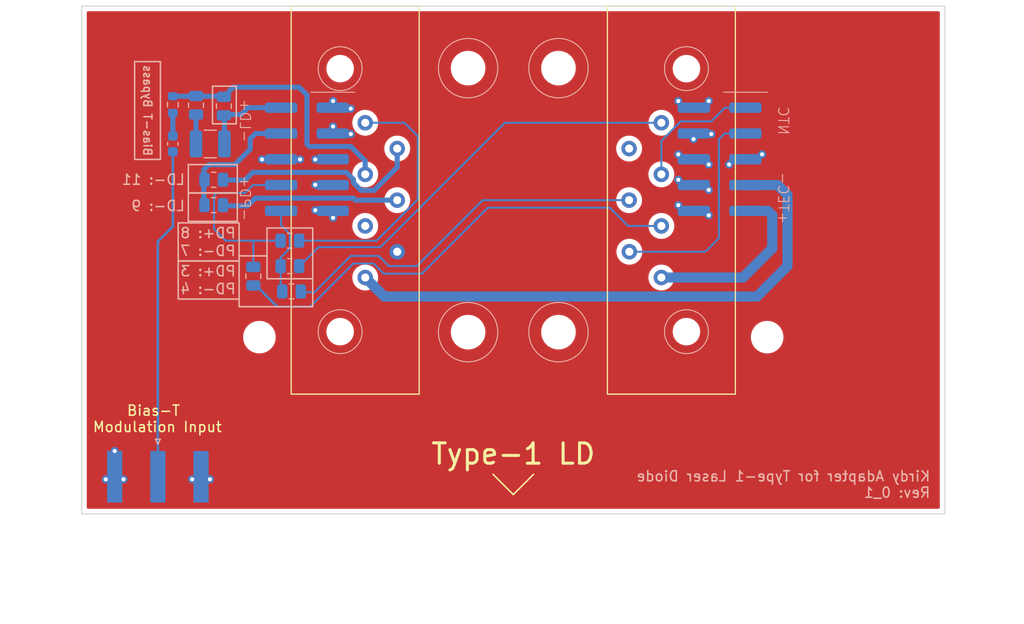
<source format=kicad_pcb>
(kicad_pcb (version 20221018) (generator pcbnew)
  (layers (0 "F.Cu" signal) (31 "B.Cu" signal) (34 "B.Paste" user) (35 "F.Paste" user) (36 "B.SilkS" user "B.Silkscreen") (37 "F.SilkS" user "F.Silkscreen") (38 "B.Mask" user) (39 "F.Mask" user) (44 "Edge.Cuts" user))
  (net 0 "")
  (net 1 "GND")
  (net 2 "Net-(J3-PD+)")
  (net 3 "Net-(J3-PD-)")
  (net 4 "/TEC+")
  (net 5 "/NTC+")
  (net 7 "Net-(J3-PD-*)")
  (net 8 "/NTC-")
  (net 9 "Net-(J3-PD+*)")
  (net 10 "Net-(J3-LD-*)")
  (net 11 "Net-(J3-LD-)")
  (net 12 "/LD+")
  (net 14 "/TEC-")
  (net 15 "/PD-")
  (net 16 "/PD+")
  (net 17 "/LD-")
  (net 18 "Net-(C1-Pad1)")
  (net 19 "/Mod_IN")
  (net 20 "/kirdy_LD+")
  (net 21 "Net-(L1-Pad2)")
  (footprint "laserSocket:Butterfly_Socket" (layer "F.Cu") (at 0 4.01 180)
    (fp_text reference "J3" hide)
    (fp_text value "Butterfly_Socket")
    (fp_circle (center -17.05 -12.95) (end -14.89 -12.95) (stroke (width 0.1)) (fill none) (layer "B.SilkS"))
    (fp_circle (center -17.05 12.95) (end -14.89 12.95) (stroke (width 0.1)) (fill none) (layer "B.SilkS"))
    (fp_circle (center -4.45 -13) (end -1.525 -13) (stroke (width 0.1)) (fill none) (layer "B.SilkS"))
    (fp_circle (center -4.45 13) (end -1.525 13) (stroke (width 0.1)) (fill none) (layer "B.SilkS"))
    (fp_circle (center 4.45 -13) (end 7.375 -13) (stroke (width 0.1)) (fill none) (layer "B.SilkS"))
    (fp_circle (center 4.45 13) (end 7.375 13) (stroke (width 0.1)) (fill none) (layer "B.SilkS"))
    (fp_circle (center 17.05 -12.95) (end 19.21 -12.95) (stroke (width 0.1)) (fill none) (layer "B.SilkS"))
    (fp_circle (center 17.05 12.95) (end 19.21 12.95) (stroke (width 0.1)) (fill none) (layer "B.SilkS"))
    (fp_line (start -21.87 -19.1) (end -21.87 19.1) (stroke (width 0.12)) (layer "F.SilkS"))
    (fp_line (start -21.87 19.1) (end -9.27 19.1) (stroke (width 0.12)) (layer "F.SilkS"))
    (fp_line (start -9.27 -19.1) (end -21.87 -19.1) (stroke (width 0.12)) (layer "F.SilkS"))
    (fp_line (start -9.27 19.1) (end -9.27 -19.1) (stroke (width 0.12)) (layer "F.SilkS"))
    (fp_line (start 9.27 -19.1) (end 21.87 -19.1) (stroke (width 0.12)) (layer "F.SilkS"))
    (fp_line (start 9.27 19.1) (end 9.27 -19.1) (stroke (width 0.12)) (layer "F.SilkS"))
    (fp_line (start 21.87 -19.1) (end 21.87 19.1) (stroke (width 0.12)) (layer "F.SilkS"))
    (fp_line (start 21.87 19.1) (end 9.27 19.1) (stroke (width 0.12)) (layer "F.SilkS"))
    (pad "" np_thru_hole circle locked (at -17.05 -12.95 180) (size 2.2 2.2) (drill 2.2) (layers "F&B.Cu" "*.Mask"))
    (pad "" np_thru_hole circle locked (at -17.05 12.95 180) (size 2.2 2.2) (drill 2.2) (layers "F&B.Cu" "*.Mask"))
    (pad "" np_thru_hole circle locked (at -4.45 -13 180) (size 2.9 2.9) (drill 2.9) (layers "F&B.Cu" "*.Mask"))
    (pad "" np_thru_hole circle locked (at -4.45 13 180) (size 2.9 2.9) (drill 2.9) (layers "F&B.Cu" "*.Mask"))
    (pad "" np_thru_hole circle locked (at 4.45 -13 180) (size 2.9 2.9) (drill 2.9) (layers "F&B.Cu" "*.Mask"))
    (pad "" np_thru_hole circle locked (at 4.45 13 180) (size 2.9 2.9) (drill 2.9) (layers "F&B.Cu" "*.Mask"))
    (pad "" np_thru_hole circle locked (at 17.05 -12.95 180) (size 2.2 2.2) (drill 2.2) (layers "F&B.Cu" "*.Mask"))
    (pad "" np_thru_hole circle locked (at 17.05 12.95 180) (size 2.2 2.2) (drill 2.2) (layers "F&B.Cu" "*.Mask"))
    (pad "1" thru_hole circle locked (at -14.58 -7.62 180) (size 1.524 1.524) (drill 0.8) (layers "*.Cu" "*.Mask") (net 4 "/TEC+"))
    (pad "2" thru_hole circle locked (at -11.43 -5.08 180) (size 1.524 1.524) (drill 0.8) (layers "*.Cu" "*.Mask") (net 5 "/NTC+"))
    (pad "3" thru_hole circle locked (at -14.58 -2.54 180) (size 1.524 1.524) (drill 0.8) (layers "*.Cu" "*.Mask") (net 2 "Net-(J3-PD+)"))
    (pad "4" thru_hole circle locked (at -11.405 0 180) (size 1.524 1.524) (drill 0.8) (layers "*.Cu" "*.Mask") (net 3 "Net-(J3-PD-)"))
    (pad "5" thru_hole circle locked (at -14.58 2.54 180) (size 1.524 1.524) (drill 0.8) (layers "*.Cu" "*.Mask") (net 8 "/NTC-"))
    (pad "6" thru_hole circle locked (at -11.405 5.08 180) (size 1.524 1.524) (drill 0.8) (layers "*.Cu" "*.Mask"))
    (pad "7" thru_hole circle locked (at -14.58 7.62 180) (size 1.524 1.524) (drill 0.8) (layers "*.Cu" "*.Mask") (net 7 "Net-(J3-PD-*)"))
    (pad "8" thru_hole circle locked (at 14.58 7.62 180) (size 1.524 1.524) (drill 0.8) (layers "*.Cu" "*.Mask") (net 9 "Net-(J3-PD+*)"))
    (pad "9" thru_hole circle locked (at 11.43 5.08 180) (size 1.524 1.524) (drill 0.8) (layers "*.Cu" "*.Mask") (net 10 "Net-(J3-LD-*)"))
    (pad "10" thru_hole circle locked (at 14.58 2.54 180) (size 1.524 1.524) (drill 0.8) (layers "*.Cu" "*.Mask") (net 12 "/LD+"))
    (pad "11" thru_hole circle locked (at 11.43 0 180) (size 1.524 1.524) (drill 0.8) (layers "*.Cu" "*.Mask") (net 11 "Net-(J3-LD-)"))
    (pad "12" thru_hole circle locked (at 14.58 -2.54 180) (size 1.524 1.524) (drill 0.8) (layers "*.Cu" "*.Mask"))
    (pad "13" thru_hole circle locked (at 11.43 -5.08 180) (size 1.524 1.524) (drill 0.8) (layers "*.Cu" "*.Mask") (net 1 "GND"))
    (pad "14" thru_hole circle locked (at 14.58 -7.62 180) (size 1.524 1.524) (drill 0.8) (layers "*.Cu" "*.Mask") (net 14 "/TEC-"))
  )
  (footprint "MountingHole:MountingHole_2.7mm_M2.5" (layer "F.Cu") (at -25 17.5)
    (fp_text reference "H1" hide)
    (fp_text value "M2.5" hide)
    (pad "" np_thru_hole circle (at 0 0) (size 2.7 2.7) (drill 2.7) (layers "*.Cu" "*.Mask"))
  )
  (footprint "MountingHole:MountingHole_2.7mm_M2.5" (layer "F.Cu") (at 25 17.5)
    (fp_text reference "H2" hide)
    (fp_text value "M2.5" hide)
    (pad "" np_thru_hole circle (at 0 0) (size 2.7 2.7) (drill 2.7) (layers "*.Cu" "*.Mask"))
  )
  (footprint "Inductor_SMD:L_1210_3225Metric" (layer "B.Cu") (at -29.848 -1.524 180)
    (fp_text reference "L1" hide)
    (fp_text value "1.2n" hide)
    (fp_line (start -0.602064 -1.36) (end 0.602064 -1.36) (stroke (width 0.12)) (layer "B.SilkS"))
    (fp_line (start -0.602064 1.36) (end 0.602064 1.36) (stroke (width 0.12)) (layer "B.SilkS"))
    (pad "1" smd roundrect (at -1.4 0 180) (size 1.25 2.65) (layers "B.Cu" "B.Paste" "B.Mask") (roundrect_rratio 0.2) (net 20 "/kirdy_LD+"))
    (pad "2" smd roundrect (at 1.4 0 180) (size 1.25 2.65) (layers "B.Cu" "B.Paste" "B.Mask") (roundrect_rratio 0.2) (net 21 "Net-(L1-Pad2)"))
  )
  (footprint "Resistor_SMD:R_0805_2012Metric" (layer "B.Cu") (at -25.6 11.5 -90)
    (fp_text reference "R4" hide)
    (fp_text value "0" hide)
    (fp_line (start -0.227064 -0.735) (end 0.227064 -0.735) (stroke (width 0.12)) (layer "B.SilkS"))
    (fp_line (start -0.227064 0.735) (end 0.227064 0.735) (stroke (width 0.12)) (layer "B.SilkS"))
    (pad "1" smd roundrect (at -0.9125 0 270) (size 1.025 1.4) (layers "B.Cu" "B.Paste" "B.Mask") (roundrect_rratio 0.243902) (net 16 "/PD+"))
    (pad "2" smd roundrect (at 0.9125 0 270) (size 1.025 1.4) (layers "B.Cu" "B.Paste" "B.Mask") (roundrect_rratio 0.243902) (net 2 "Net-(J3-PD+)"))
  )
  (footprint "laserSocket:BG120-10-A-0-N-D" (layer "B.Cu") (at -20.3222 -0.0168 180)
    (fp_text reference "J5" hide)
    (fp_text value "BG120-10-A-0-N-D")
    (fp_line (start -4.699 6.604) (end -0.381 6.604) (stroke (width 0.1)) (layer "B.SilkS"))
    (pad "1" smd roundrect locked (at -2.54 5.08 90) (size 1.02 3.185) (layers "B.Cu" "B.Paste" "B.Mask") (net 1 "GND"))
    (pad "2" smd roundrect locked (at 2.54 5.08 90) (size 1.02 3.185) (layers "B.Cu" "B.Paste" "B.Mask") (net 20 "/kirdy_LD+"))
    (pad "3" smd roundrect locked (at -2.54 2.54 90) (size 1.02 3.185) (layers "B.Cu" "B.Paste" "B.Mask") (net 1 "GND"))
    (pad "4" smd roundrect locked (at 2.54 2.54 90) (size 1.02 3.185) (layers "B.Cu" "B.Paste" "B.Mask") (net 17 "/LD-"))
    (pad "5" smd roundrect locked (at -2.54 0 90) (size 1.02 3.185) (layers "B.Cu" "B.Paste" "B.Mask") (net 1 "GND"))
    (pad "6" smd roundrect locked (at 2.54 0 90) (size 1.02 3.185) (layers "B.Cu" "B.Paste" "B.Mask") (net 1 "GND"))
    (pad "7" smd roundrect locked (at -2.54 -2.54 90) (size 1.02 3.185) (layers "B.Cu" "B.Paste" "B.Mask") (net 1 "GND"))
    (pad "8" smd roundrect locked (at 2.54 -2.54 90) (size 1.02 3.185) (layers "B.Cu" "B.Paste" "B.Mask") (net 16 "/PD+"))
    (pad "9" smd roundrect locked (at -2.54 -5.08 90) (size 1.02 3.185) (layers "B.Cu" "B.Paste" "B.Mask") (net 1 "GND"))
    (pad "10" smd roundrect locked (at 2.54 -5.08 90) (size 1.02 3.185) (layers "B.Cu" "B.Paste" "B.Mask") (net 15 "/PD-"))
  )
  (footprint "laserSocket:BG120-10-A-0-N-D" (layer "B.Cu") (at 20.3178 -0.0168 180)
    (fp_text reference "J1" hide)
    (fp_text value "BG120-10-A-0-N-D")
    (fp_line (start -4.699 6.604) (end -0.381 6.604) (stroke (width 0.1)) (layer "B.SilkS"))
    (pad "1" smd roundrect locked (at -2.54 5.08 90) (size 1.02 3.185) (layers "B.Cu" "B.Paste" "B.Mask") (net 8 "/NTC-"))
    (pad "2" smd roundrect locked (at 2.54 5.08 90) (size 1.02 3.185) (layers "B.Cu" "B.Paste" "B.Mask") (net 1 "GND"))
    (pad "3" smd roundrect locked (at -2.54 2.54 90) (size 1.02 3.185) (layers "B.Cu" "B.Paste" "B.Mask") (net 5 "/NTC+"))
    (pad "4" smd roundrect locked (at 2.54 2.54 90) (size 1.02 3.185) (layers "B.Cu" "B.Paste" "B.Mask") (net 1 "GND"))
    (pad "5" smd roundrect locked (at -2.54 0 90) (size 1.02 3.185) (layers "B.Cu" "B.Paste" "B.Mask") (net 1 "GND"))
    (pad "6" smd roundrect locked (at 2.54 0 90) (size 1.02 3.185) (layers "B.Cu" "B.Paste" "B.Mask") (net 1 "GND"))
    (pad "7" smd roundrect locked (at -2.54 -2.54 90) (size 1.02 3.185) (layers "B.Cu" "B.Paste" "B.Mask") (net 14 "/TEC-"))
    (pad "8" smd roundrect locked (at 2.54 -2.54 90) (size 1.02 3.185) (layers "B.Cu" "B.Paste" "B.Mask") (net 1 "GND"))
    (pad "9" smd roundrect locked (at -2.54 -5.08 90) (size 1.02 3.185) (layers "B.Cu" "B.Paste" "B.Mask") (net 4 "/TEC+"))
    (pad "10" smd roundrect locked (at 2.54 -5.08 90) (size 1.02 3.185) (layers "B.Cu" "B.Paste" "B.Mask") (net 1 "GND"))
  )
  (footprint "Resistor_SMD:R_0805_2012Metric" (layer "B.Cu") (at -29.5 4.5 180)
    (fp_text reference "R12" hide)
    (fp_text value "0" hide)
    (fp_line (start -0.227064 -0.735) (end 0.227064 -0.735) (stroke (width 0.12)) (layer "B.SilkS"))
    (fp_line (start -0.227064 0.735) (end 0.227064 0.735) (stroke (width 0.12)) (layer "B.SilkS"))
    (pad "1" smd roundrect (at -0.9125 0 180) (size 1.025 1.4) (layers "B.Cu" "B.Paste" "B.Mask") (roundrect_rratio 0.243902) (net 11 "Net-(J3-LD-)"))
    (pad "2" smd roundrect (at 0.9125 0 180) (size 1.025 1.4) (layers "B.Cu" "B.Paste" "B.Mask") (roundrect_rratio 0.243902) (net 17 "/LD-"))
  )
  (footprint "Resistor_SMD:R_0805_2012Metric" (layer "B.Cu") (at -22 8 180)
    (fp_text reference "R8" hide)
    (fp_text value "0" hide)
    (fp_line (start -0.227064 -0.735) (end 0.227064 -0.735) (stroke (width 0.12)) (layer "B.SilkS"))
    (fp_line (start -0.227064 0.735) (end 0.227064 0.735) (stroke (width 0.12)) (layer "B.SilkS"))
    (pad "1" smd roundrect (at -0.9125 0 180) (size 1.025 1.4) (layers "B.Cu" "B.Paste" "B.Mask") (roundrect_rratio 0.243902) (net 9 "Net-(J3-PD+*)"))
    (pad "2" smd roundrect (at 0.9125 0 180) (size 1.025 1.4) (layers "B.Cu" "B.Paste" "B.Mask") (roundrect_rratio 0.243902) (net 16 "/PD+"))
  )
  (footprint "Resistor_SMD:R_0805_2012Metric" (layer "B.Cu") (at -29.5 2 180)
    (fp_text reference "R7" hide)
    (fp_text value "0" hide)
    (fp_line (start -0.227064 -0.735) (end 0.227064 -0.735) (stroke (width 0.12)) (layer "B.SilkS"))
    (fp_line (start -0.227064 0.735) (end 0.227064 0.735) (stroke (width 0.12)) (layer "B.SilkS"))
    (pad "1" smd roundrect (at -0.9125 0 180) (size 1.025 1.4) (layers "B.Cu" "B.Paste" "B.Mask") (roundrect_rratio 0.243902) (net 10 "Net-(J3-LD-*)"))
    (pad "2" smd roundrect (at 0.9125 0 180) (size 1.025 1.4) (layers "B.Cu" "B.Paste" "B.Mask") (roundrect_rratio 0.243902) (net 17 "/LD-"))
  )
  (footprint "Resistor_SMD:R_0805_2012Metric" (layer "B.Cu") (at -28.5 -5.25 -90)
    (fp_text reference "R9" hide)
    (fp_text value "0" hide)
    (fp_line (start -0.227064 -0.735) (end 0.227064 -0.735) (stroke (width 0.12)) (layer "B.SilkS"))
    (fp_line (start -0.227064 0.735) (end 0.227064 0.735) (stroke (width 0.12)) (layer "B.SilkS"))
    (pad "1" smd roundrect (at -0.9125 0 270) (size 1.025 1.4) (layers "B.Cu" "B.Paste" "B.Mask") (roundrect_rratio 0.243902) (net 20 "/kirdy_LD+"))
    (pad "2" smd roundrect (at 0.9125 0 270) (size 1.025 1.4) (layers "B.Cu" "B.Paste" "B.Mask") (roundrect_rratio 0.243902) (net 12 "/LD+"))
  )
  (footprint "Capacitor_SMD:C_0603_1608Metric" (layer "B.Cu") (at -33.528 -1.5362 -90)
    (fp_text reference "C1" hide)
    (fp_text value "1n" hide)
    (fp_line (start -0.14058 -0.51) (end 0.14058 -0.51) (stroke (width 0.12)) (layer "B.SilkS"))
    (fp_line (start -0.14058 0.51) (end 0.14058 0.51) (stroke (width 0.12)) (layer "B.SilkS"))
    (pad "1" smd roundrect (at -0.775 0 270) (size 0.9 0.95) (layers "B.Cu" "B.Paste" "B.Mask") (net 18 "Net-(C1-Pad1)"))
    (pad "2" smd roundrect (at 0.775 0 270) (size 0.9 0.95) (layers "B.Cu" "B.Paste" "B.Mask") (net 19 "/Mod_IN"))
  )
  (footprint "Resistor_SMD:R_0805_2012Metric" (layer "B.Cu") (at -31.242 -5.334 90)
    (fp_text reference "R2" hide)
    (fp_text value "10" hide)
    (fp_line (start -0.227064 -0.735) (end 0.227064 -0.735) (stroke (width 0.12)) (layer "B.SilkS"))
    (fp_line (start -0.227064 0.735) (end 0.227064 0.735) (stroke (width 0.12)) (layer "B.SilkS"))
    (pad "1" smd roundrect (at -0.9125 0 90) (size 1.025 1.4) (layers "B.Cu" "B.Paste" "B.Mask") (roundrect_rratio 0.243902) (net 21 "Net-(L1-Pad2)"))
    (pad "2" smd roundrect (at 0.9125 0 90) (size 1.025 1.4) (layers "B.Cu" "B.Paste" "B.Mask") (roundrect_rratio 0.243902) (net 12 "/LD+"))
  )
  (footprint "Connector_Coaxial:SMA_Amphenol_132289_EdgeMount" (layer "B.Cu") (at -35 31.25 -90)
    (fp_text reference "J4" hide)
    (fp_text value "Conn_Coaxial")
    (fp_line (start -3.71 -0.25) (end -3.21 0) (stroke (width 0.12)) (layer "B.SilkS"))
    (fp_line (start -3.71 0.25) (end -3.71 -0.25) (stroke (width 0.12)) (layer "B.SilkS"))
    (fp_line (start -3.21 0) (end -3.71 0.25) (stroke (width 0.12)) (layer "B.SilkS"))
    (pad "1" smd rect (at 0 0 180) (size 1.5 5.08) (layers "B.Cu" "B.Paste" "B.Mask") (net 19 "/Mod_IN"))
    (pad "2" smd rect (at 0 -4.25 180) (size 1.5 5.08) (layers "F.Cu" "F.Paste" "F.Mask") (net 1 "GND"))
    (pad "2" smd rect (at 0 -4.25 180) (size 1.5 5.08) (layers "B.Cu" "B.Paste" "B.Mask") (net 1 "GND"))
    (pad "2" smd rect (at 0 4.25 180) (size 1.5 5.08) (layers "F.Cu" "F.Paste" "F.Mask") (net 1 "GND"))
    (pad "2" smd rect (at 0 4.25 180) (size 1.5 5.08) (layers "B.Cu" "B.Paste" "B.Mask") (net 1 "GND"))
  )
  (footprint "Resistor_SMD:R_0805_2012Metric" (layer "B.Cu") (at -22 10.5)
    (fp_text reference "R6" hide)
    (fp_text value "0" hide)
    (fp_line (start -0.227064 -0.735) (end 0.227064 -0.735) (stroke (width 0.12)) (layer "B.SilkS"))
    (fp_line (start -0.227064 0.735) (end 0.227064 0.735) (stroke (width 0.12)) (layer "B.SilkS"))
    (pad "1" smd roundrect (at -0.9125 0) (size 1.025 1.4) (layers "B.Cu" "B.Paste" "B.Mask") (roundrect_rratio 0.243902) (net 15 "/PD-"))
    (pad "2" smd roundrect (at 0.9125 0) (size 1.025 1.4) (layers "B.Cu" "B.Paste" "B.Mask") (roundrect_rratio 0.243902) (net 7 "Net-(J3-PD-*)"))
  )
  (footprint "laserSocket:kirdy_socket" (layer "B.Cu") (at 0 0 180)
    (fp_text reference "J2" hide)
    (fp_text value "kirdy")
    (fp_text user "+TEC-" (at -26 -3.81 270 unlocked) (layer "B.SilkS") (effects (font (thickness 0.1)) (justify bottom mirror)))
    (fp_text user "-PD+" (at 27 -3.81 270 unlocked) (layer "B.SilkS") (effects (font (thickness 0.1)) (justify bottom mirror)))
    (fp_text user "NTC" (at -26 3.81 270 unlocked) (layer "B.SilkS") (effects (font (thickness 0.1)) (justify bottom mirror)))
    (fp_text user "-LD+" (at 27 3.81 270 unlocked) (layer "B.SilkS") (effects (font (thickness 0.1)) (justify bottom mirror)))
  )
  (footprint "Resistor_SMD:R_0805_2012Metric" (layer "B.Cu") (at -21.8375 13)
    (fp_text reference "R5" hide)
    (fp_text value "0" hide)
    (fp_line (start -0.227064 -0.735) (end 0.227064 -0.735) (stroke (width 0.12)) (layer "B.SilkS"))
    (fp_line (start -0.227064 0.735) (end 0.227064 0.735) (stroke (width 0.12)) (layer "B.SilkS"))
    (pad "1" smd roundrect (at -0.9125 0) (size 1.025 1.4) (layers "B.Cu" "B.Paste" "B.Mask") (roundrect_rratio 0.243902) (net 15 "/PD-"))
    (pad "2" smd roundrect (at 0.9125 0) (size 1.025 1.4) (layers "B.Cu" "B.Paste" "B.Mask") (roundrect_rratio 0.243902) (net 3 "Net-(J3-PD-)"))
  )
  (footprint "Resistor_SMD:R_0603_1608Metric" (layer "B.Cu") (at -33.528 -5.397 90)
    (fp_text reference "R3" hide)
    (fp_text value "47" hide)
    (fp_line (start -0.237258 -0.5225) (end 0.237258 -0.5225) (stroke (width 0.12)) (layer "B.SilkS"))
    (fp_line (start -0.237258 0.5225) (end 0.237258 0.5225) (stroke (width 0.12)) (layer "B.SilkS"))
    (pad "1" smd roundrect (at -0.825 0 90) (size 0.8 0.95) (layers "B.Cu" "B.Paste" "B.Mask") (net 18 "Net-(C1-Pad1)"))
    (pad "2" smd roundrect (at 0.825 0 90) (size 0.8 0.95) (layers "B.Cu" "B.Paste" "B.Mask") (net 12 "/LD+"))
  )
  (gr_rect (start -37.29 -9.636) (end -34.75 0) (stroke (width 0.15)) (fill none) (layer "B.SilkS"))
  (gr_line (start -27 13.75) (end -27 14.5) (stroke (width 0.15)) (layer "B.SilkS"))
  (gr_line (start -27 9.5) (end -24.25 9.5) (stroke (width 0.15)) (layer "B.SilkS"))
  (gr_rect (start -33 10) (end -27 13.75) (stroke (width 0.15)) (fill none) (layer "B.SilkS"))
  (gr_rect (start -29.6164 -7.2136) (end -27.2796 -3.5052) (stroke (width 0.15)) (fill none) (layer "B.SilkS"))
  (gr_rect (start -24.25 6.75) (end -19.75 11.75) (stroke (width 0.15)) (fill none) (layer "B.SilkS"))
  (gr_line (start -19.75 11.75) (end -19.75 14.5) (stroke (width 0.15)) (layer "B.SilkS"))
  (gr_rect (start -33 6.25) (end -27 10) (stroke (width 0.15)) (fill none) (layer "B.SilkS"))
  (gr_rect (start -32.004 3.302) (end -27.178 6.096) (stroke (width 0.15)) (fill none) (layer "B.SilkS"))
  (gr_line (start -27 14.5) (end -19.75 14.5) (stroke (width 0.15)) (layer "B.SilkS"))
  (gr_rect (start -32.004 0.508) (end -27.178 3.302) (stroke (width 0.15)) (fill none) (layer "B.SilkS"))
  (gr_line (start 0 33) (end -2 31) (stroke (width 0.15)) (layer "F.SilkS"))
  (gr_line (start 0 33) (end 2 31) (stroke (width 0.15)) (layer "F.SilkS"))
  (gr_line (start -42.5 34.9032) (end 42.5 34.9032) (stroke (width 0.1)) (layer "Edge.Cuts"))
  (gr_line (start 42.5 -15.0968) (end -42.5 -15.0968) (stroke (width 0.1)) (layer "Edge.Cuts"))
  (gr_line (start -42.5 -15.0968) (end -42.5 34.9032) (stroke (width 0.1)) (layer "Edge.Cuts"))
  (gr_line (start 42.5 34.9032) (end 42.5 -15.0968) (stroke (width 0.1)) (layer "Edge.Cuts"))
  (gr_text "PD+: 8" (at -27.25 7.25) (layer "B.SilkS") (effects (font (size 1 1)) (justify left mirror)))
  (gr_text "PD-: 4" (at -27.25 12.75) (layer "B.SilkS") (effects (font (size 1 1)) (justify left mirror)))
  (gr_text "Bias-T Bypass" (at -36.02 -4.818 -90) (layer "B.SilkS") (effects (font (size 0.8 0.8)) (justify mirror)))
  (gr_text "LD-: 9" (at -32.258 4.572) (layer "B.SilkS") (effects (font (size 1 1)) (justify left mirror)))
  (gr_text "PD+: 3" (at -27.25 11) (layer "B.SilkS") (effects (font (size 1 1)) (justify left mirror)))
  (gr_text "Kirdy Adapter for Type-1 Laser Diode \nRev: 0_1" (at 41.148 32.004) (layer "B.SilkS") (effects (font (size 1 1)) (justify left mirror)))
  (gr_text "PD-: 7" (at -27.25 9) (layer "B.SilkS") (effects (font (size 1 1)) (justify left mirror)))
  (gr_text "LD-: 11" (at -32.258 1.988) (layer "B.SilkS") (effects (font (size 1 1)) (justify left mirror)))
  (gr_text "Type-1 LD" (at 0 29) (layer "F.SilkS") (effects (font (size 2 2) (thickness 0.3))))
  (gr_text "Bias-T \nModulation Input" (at -35.052 26.924) (layer "F.SilkS") (effects (font (size 1 1)) (justify bottom)))
  (via (at 17.75 -2) (size 0.8) (drill 0.4) (layers "F.Cu" "B.Cu") (net 1))
  (via (at -19.5 2.5) (size 0.8) (drill 0.4) (layers "F.Cu" "B.Cu") (net 1))
  (via (at -31.623 31.5) (size 0.8) (drill 0.4) (layers "F.Cu" "B.Cu") (net 1))
  (via (at -39.2544 28.7148) (size 0.8) (drill 0.4) (layers "F.Cu" "B.Cu") (net 1))
  (via (at -21 0) (size 0.8) (drill 0.4) (layers "F.Cu" "B.Cu") (net 1))
  (via (at -38.382 31.5) (size 0.8) (drill 0.4) (layers "F.Cu" "B.Cu") (net 1))
  (via (at -17.75 5.75) (size 0.8) (drill 0.4) (layers "F.Cu" "B.Cu") (net 1))
  (via (at -17.75 -5.75) (size 0.8) (drill 0.4) (layers "F.Cu" "B.Cu") (net 1))
  (via (at -19.5 5) (size 0.8) (drill 0.4) (layers "F.Cu" "B.Cu") (net 1))
  (via (at 21.25 0.5) (size 0.8) (drill 0.4) (layers "F.Cu" "B.Cu") (net 1))
  (via (at 19.25 5.5) (size 0.8) (drill 0.4) (layers "F.Cu" "B.Cu") (net 1))
  (via (at 19.25 -5.75) (size 0.8) (drill 0.4) (layers "F.Cu" "B.Cu") (net 1))
  (via (at -17.75 -3.25) (size 0.8) (drill 0.4) (layers "F.Cu" "B.Cu") (net 1))
  (via (at -16 -5) (size 0.8) (drill 0.4) (layers "F.Cu" "B.Cu") (net 1))
  (via (at 16.25 4.5) (size 0.8) (drill 0.4) (layers "F.Cu" "B.Cu") (net 1))
  (via (at 16.25 -5.75) (size 0.8) (drill 0.4) (layers "F.Cu" "B.Cu") (net 1))
  (via (at 19.25 0.5) (size 0.8) (drill 0.4) (layers "F.Cu" "B.Cu") (net 1))
  (via (at -24.75 0) (size 0.8) (drill 0.4) (layers "F.Cu" "B.Cu") (net 1))
  (via (at -29.873 31.5) (size 0.8) (drill 0.4) (layers "F.Cu" "B.Cu") (net 1))
  (via (at -16 -2.5) (size 0.8) (drill 0.4) (layers "F.Cu" "B.Cu") (net 1))
  (via (at 24.5 -0.5) (size 0.8) (drill 0.4) (layers "F.Cu" "B.Cu") (net 1))
  (via (at 19.25 3) (size 0.8) (drill 0.4) (layers "F.Cu" "B.Cu") (net 1))
  (via (at 16.25 2) (size 0.8) (drill 0.4) (layers "F.Cu" "B.Cu") (net 1))
  (via (at -40.132 31.5) (size 0.8) (drill 0.4) (layers "F.Cu" "B.Cu") (net 1))
  (via (at 19.5 -2.5) (size 0.8) (drill 0.4) (layers "F.Cu" "B.Cu") (net 1))
  (via (at -19.5 0) (size 0.8) (drill 0.4) (layers "F.Cu" "B.Cu") (net 1))
  (via (at 16.25 -0.5) (size 0.8) (drill 0.4) (layers "F.Cu" "B.Cu") (net 1))
  (segment (start -9 11.25) (end -12.75 11.25) (width 0.2) (layer "B.Cu") (net 2))
  (segment (start -25.0875 12.6625) (end -25.25 12.6625) (width 0.2) (layer "B.Cu") (net 2))
  (segment (start -25.3375 12.4125) (end -23.25 14.5) (width 0.25) (layer "B.Cu") (net 2))
  (segment (start -20 14.5) (end -23.25 14.5) (width 0.2) (layer "B.Cu") (net 2))
  (segment (start 9.5 4.75) (end -2.5 4.75) (width 0.2) (layer "B.Cu") (net 2))
  (segment (start -25.5 12.5065) (end -25.5 12.594) (width 0.2) (layer "B.Cu") (net 2))
  (segment (start -12.75 11.25) (end -13.75 10.25) (width 0.2) (layer "B.Cu") (net 2))
  (segment (start -13.75 10.25) (end -15.75 10.25) (width 0.2) (layer "B.Cu") (net 2))
  (segment (start 11.3 6.55) (end 9.5 4.75) (width 0.2) (layer "B.Cu") (net 2))
  (segment (start -15.75 10.25) (end -20 14.5) (width 0.2) (layer "B.Cu") (net 2))
  (segment (start -2.5 4.75) (end -9 11.25) (width 0.2) (layer "B.Cu") (net 2))
  (segment (start -25.6 12.4125) (end -25.3375 12.4125) (width 0.25) (layer "B.Cu") (net 2))
  (segment (start 14.58 6.55) (end 11.3 6.55) (width 0.2) (layer "B.Cu") (net 2))
  (segment (start -3.01 4.01) (end 11.405 4.01) (width 0.2) (layer "B.Cu") (net 3))
  (segment (start -21.0875 13.081) (end -19.581 13.081) (width 0.2) (layer "B.Cu") (net 3))
  (segment (start -9.5 10.5) (end -3.01 4.01) (width 0.2) (layer "B.Cu") (net 3))
  (segment (start -13.25 9.5) (end -12.25 10.5) (width 0.2) (layer "B.Cu") (net 3))
  (segment (start -12.25 10.5) (end -9.5 10.5) (width 0.2) (layer "B.Cu") (net 3))
  (segment (start -16 9.5) (end -13.25 9.5) (width 0.2) (layer "B.Cu") (net 3))
  (segment (start -19.581 13.081) (end -16 9.5) (width 0.2) (layer "B.Cu") (net 3))
  (segment (start 25.0632 5.0632) (end 25.5 5.5) (width 1) (layer "B.Cu") (net 4))
  (segment (start 22.8578 5.0632) (end 25.0632 5.0632) (width 1) (layer "B.Cu") (net 4))
  (segment (start 25.5 5.5) (end 25.5 8.75) (width 1) (layer "B.Cu") (net 4))
  (segment (start 25.5 8.75) (end 22.62 11.63) (width 1) (layer "B.Cu") (net 4))
  (segment (start 22.62 11.63) (end 14.58 11.63) (width 1) (layer "B.Cu") (net 4))
  (segment (start 18.91 9.09) (end 20.25 7.75) (width 0.2) (layer "B.Cu") (net 5))
  (segment (start 20.8068 -2.5568) (end 22.8578 -2.5568) (width 0.2) (layer "B.Cu") (net 5))
  (segment (start 20.25 7.75) (end 20.25 -2) (width 0.2) (layer "B.Cu") (net 5))
  (segment (start 20.25 -2) (end 20.8068 -2.5568) (width 0.2) (layer "B.Cu") (net 5))
  (segment (start 11.43 9.09) (end 18.91 9.09) (width 0.2) (layer "B.Cu") (net 5))
  (segment (start -21.082 10.541) (end -19.177 8.636) (width 0.2) (layer "B.Cu") (net 7))
  (segment (start -0.835 -3.61) (end 14.58 -3.61) (width 0.2) (layer "B.Cu") (net 7))
  (segment (start -19.177 8.636) (end -13.081 8.636) (width 0.2) (layer "B.Cu") (net 7))
  (segment (start -13.081 8.636) (end -0.835 -3.61) (width 0.2) (layer "B.Cu") (net 7))
  (segment (start 20.8468 -5.0968) (end 22.8578 -5.0968) (width 0.2) (layer "B.Cu") (net 8))
  (segment (start 16.5 -3.75) (end 19.5 -3.75) (width 0.2) (layer "B.Cu") (net 8))
  (segment (start 14.58 1.47) (end 14.58 -1.83) (width 0.2) (layer "B.Cu") (net 8))
  (segment (start 14.58 -1.83) (end 16.5 -3.75) (width 0.2) (layer "B.Cu") (net 8))
  (segment (start 19.5 -3.75) (end 20.8468 -5.0968) (width 0.2) (layer "B.Cu") (net 8))
  (segment (start -13.462 8.001) (end -9.398 3.937) (width 0.2) (layer "B.Cu") (net 9))
  (segment (start -9.398 -2.286) (end -10.722 -3.61) (width 0.2) (layer "B.Cu") (net 9))
  (segment (start -21.082 8.001) (end -13.462 8.001) (width 0.2) (layer "B.Cu") (net 9))
  (segment (start -9.398 3.937) (end -9.398 -2.286) (width 0.2) (layer "B.Cu") (net 9))
  (segment (start -10.722 -3.61) (end -14.58 -3.61) (width 0.2) (layer "B.Cu") (net 9))
  (segment (start -16.445879 1.27) (end -15.7397 1.976179) (width 0.5) (layer "B.Cu") (net 10))
  (segment (start -25.654 1.27) (end -26.416 2.032) (width 0.5) (layer "B.Cu") (net 10))
  (segment (start -16.445879 1.27) (end -25.654 1.27) (width 0.5) (layer "B.Cu") (net 10))
  (segment (start -11.43 0.762) (end -11.43 -1.07) (width 0.5) (layer "B.Cu") (net 10))
  (segment (start -26.416 2.032) (end -28.655 2.032) (width 0.5) (layer "B.Cu") (net 10))
  (segment (start -15.7397 2.2943) (end -14.986 3.048) (width 0.5) (layer "B.Cu") (net 10))
  (segment (start -13.716 3.048) (end -11.43 0.762) (width 0.5) (layer "B.Cu") (net 10))
  (segment (start -14.986 3.048) (end -13.716 3.048) (width 0.5) (layer "B.Cu") (net 10))
  (segment (start -15.7397 1.976179) (end -15.7397 2.2943) (width 0.5) (layer "B.Cu") (net 10))
  (segment (start -26.162 4.572) (end -28.655 4.572) (width 0.5) (layer "B.Cu") (net 11))
  (segment (start -11.43 4.01) (end -15.548 4.01) (width 0.5) (layer "B.Cu") (net 11))
  (segment (start -25.4 3.81) (end -26.162 4.572) (width 0.5) (layer "B.Cu") (net 11))
  (segment (start -15.748 3.81) (end -25.4 3.81) (width 0.5) (layer "B.Cu") (net 11))
  (segment (start -15.548 4.01) (end -15.748 3.81) (width 0.5) (layer "B.Cu") (net 11))
  (segment (start -28.4725 -6.222) (end -28.448 -6.2465) (width 0.5) (layer "B.Cu") (net 12))
  (segment (start -20.066 -1.27) (end -20.32 -1.524) (width 0.5) (layer "B.Cu") (net 12))
  (segment (start -20.32 -1.524) (end -20.32 -6.35) (width 0.5) (layer "B.Cu") (net 12))
  (segment (start -20.32 -6.35) (end -21.082 -7.112) (width 0.5) (layer "B.Cu") (net 12))
  (segment (start -14.58 0.152) (end -16.002 -1.27) (width 0.5) (layer "B.Cu") (net 12))
  (segment (start -33.528 -6.222) (end -28.4725 -6.222) (width 0.5) (layer "B.Cu") (net 12))
  (segment (start -21.082 -7.112) (end -27.5825 -7.112) (width 0.5) (layer "B.Cu") (net 12))
  (segment (start -16.002 -1.27) (end -20.066 -1.27) (width 0.5) (layer "B.Cu") (net 12))
  (segment (start -14.58 1.47) (end -14.58 0.152) (width 0.5) (layer "B.Cu") (net 12))
  (segment (start -27.5825 -7.112) (end -28.448 -6.2465) (width 0.5) (layer "B.Cu") (net 12))
  (segment (start 26.0232 2.5232) (end 27 3.5) (width 1) (layer "B.Cu") (net 14))
  (segment (start 27 10.5) (end 24 13.5) (width 1) (layer "B.Cu") (net 14))
  (segment (start -12.71 13.5) (end -14.58 11.63) (width 1) (layer "B.Cu") (net 14))
  (segment (start 27 3.5) (end 27 10.5) (width 1) (layer "B.Cu") (net 14))
  (segment (start 24 13.5) (end -12.71 13.5) (width 1) (layer "B.Cu") (net 14))
  (segment (start 22.8578 2.5232) (end 26.0232 2.5232) (width 1) (layer "B.Cu") (net 14))
  (segment (start -22.8622 6.4748) (end -22.733 6.604) (width 0.2) (layer "B.Cu") (net 15))
  (segment (start -22.0435 7.2935) (end -22 7.337) (width 0.2) (layer "B.Cu") (net 15))
  (segment (start -22.733 6.604) (end -22.0435 7.2935) (width 0.2) (layer "B.Cu") (net 15))
  (segment (start -22.907 9.657) (end -22.907 10.541) (width 0.2) (layer "B.Cu") (net 15))
  (segment (start -22.8622 5.0632) (end -22.8622 6.4748) (width 0.2) (layer "B.Cu") (net 15))
  (segment (start -22.907 13.0755) (end -22.9125 13.081) (width 0.2) (layer "B.Cu") (net 15))
  (segment (start -22.0435 7.2935) (end -21.971 7.366) (width 0.2) (layer "B.Cu") (net 15))
  (segment (start -22 7.337) (end -22 8.75) (width 0.2) (layer "B.Cu") (net 15))
  (segment (start -22.907 10.541) (end -22.907 13.0755) (width 0.2) (layer "B.Cu") (net 15))
  (segment (start -22 8.75) (end -22.907 9.657) (width 0.2) (layer "B.Cu") (net 15))
  (segment (start -25.6 10.5875) (end -25.6 8) (width 0.2) (layer "B.Cu") (net 16))
  (segment (start -25 8) (end -24.25 8) (width 0.2) (layer "B.Cu") (net 16))
  (segment (start -22.8622 2.5232) (end -22.879 2.54) (width 0.2) (layer "B.Cu") (net 16))
  (segment (start -29.4675 3.5595) (end -29.4675 6.8545) (width 0.2) (layer "B.Cu") (net 16))
  (segment (start -29.4675 6.8545) (end -28.322 8) (width 0.2) (layer "B.Cu") (net 16))
  (segment (start -29.21 3.302) (end -29.4675 3.5595) (width 0.2) (layer "B.Cu") (net 16))
  (segment (start -25.6372 2.5232) (end -26.416 3.302) (width 0.2) (layer "B.Cu") (net 16))
  (segment (start -25.75 8) (end -25.6 8) (width 0.2) (layer "B.Cu") (net 16))
  (segment (start -22.908 8) (end -22.907 8.001) (width 0.2) (layer "B.Cu") (net 16))
  (segment (start -25.6 8) (end -25 8) (width 0.2) (layer "B.Cu") (net 16))
  (segment (start -22.8622 2.5232) (end -25.6372 2.5232) (width 0.2) (layer "B.Cu") (net 16))
  (segment (start -28.322 8) (end -25.75 8) (width 0.2) (layer "B.Cu") (net 16))
  (segment (start -24.25 8) (end -22.908 8) (width 0.2) (layer "B.Cu") (net 16))
  (segment (start -26.416 3.302) (end -29.21 3.302) (width 0.2) (layer "B.Cu") (net 16))
  (segment (start -27.432 0.508) (end -29.972 0.508) (width 0.5) (layer "B.Cu") (net 17))
  (segment (start -22.8622 -2.5568) (end -25.3832 -2.5568) (width 0.5) (layer "B.Cu") (net 17))
  (segment (start -30.48 1.016) (end -30.48 4.572) (width 0.5) (layer "B.Cu") (net 17))
  (segment (start -25.908 -2.032) (end -25.908 -1.016) (width 0.5) (layer "B.Cu") (net 17))
  (segment (start -25.908 -1.016) (end -27.432 0.508) (width 0.5) (layer "B.Cu") (net 17))
  (segment (start -25.3832 -2.5568) (end -25.908 -2.032) (width 0.5) (layer "B.Cu") (net 17))
  (segment (start -29.972 0.508) (end -30.48 1.016) (width 0.5) (layer "B.Cu") (net 17))
  (segment (start -33.528 -2.3112) (end -33.528 -4.572) (width 0.5) (layer "B.Cu") (net 18))
  (segment (start -33.528 6.604) (end -33.528 -0.7612) (width 0.25) (layer "B.Cu") (net 19))
  (segment (start -35 31.25) (end -35 8.076) (width 0.25) (layer "B.Cu") (net 19))
  (segment (start -35 8.076) (end -33.528 6.604) (width 0.25) (layer "B.Cu") (net 19))
  (segment (start -28.194 -4.1675) (end -28.448 -4.4215) (width 0.5) (layer "B.Cu") (net 20))
  (segment (start -28.448 -4.4215) (end -28.448 -1.524) (width 0.5) (layer "B.Cu") (net 20))
  (segment (start -22.8622 -5.0968) (end -26.1452 -5.0968) (width 0.5) (layer "B.Cu") (net 20))
  (segment (start -26.8205 -4.4215) (end -28.702 -4.4215) (width 0.5) (layer "B.Cu") (net 20))
  (segment (start -26.1452 -5.0968) (end -26.8205 -4.4215) (width 0.5) (layer "B.Cu") (net 20))
  (segment (start -31.248 -1.524) (end -31.248 -4.4155) (width 0.5) (layer "B.Cu") (net 21))
  (segment (start -31.248 -4.4155) (end -31.242 -4.4215) (width 0.5) (layer "B.Cu") (net 21))
  (zone (net 1) (net_name "GND") (layer "F.Cu") (priority 2) (connect_pads yes (clearance 0.508)) (min_thickness 0.25) (fill yes (thermal_gap 0.5) (thermal_bridge_width 0.5))
    (polygon (pts (xy -50.546 -15.494) (xy -50.546 36.646) (xy 50.292 36.9) (xy 50.038 -15.24)))
  )
)
</source>
